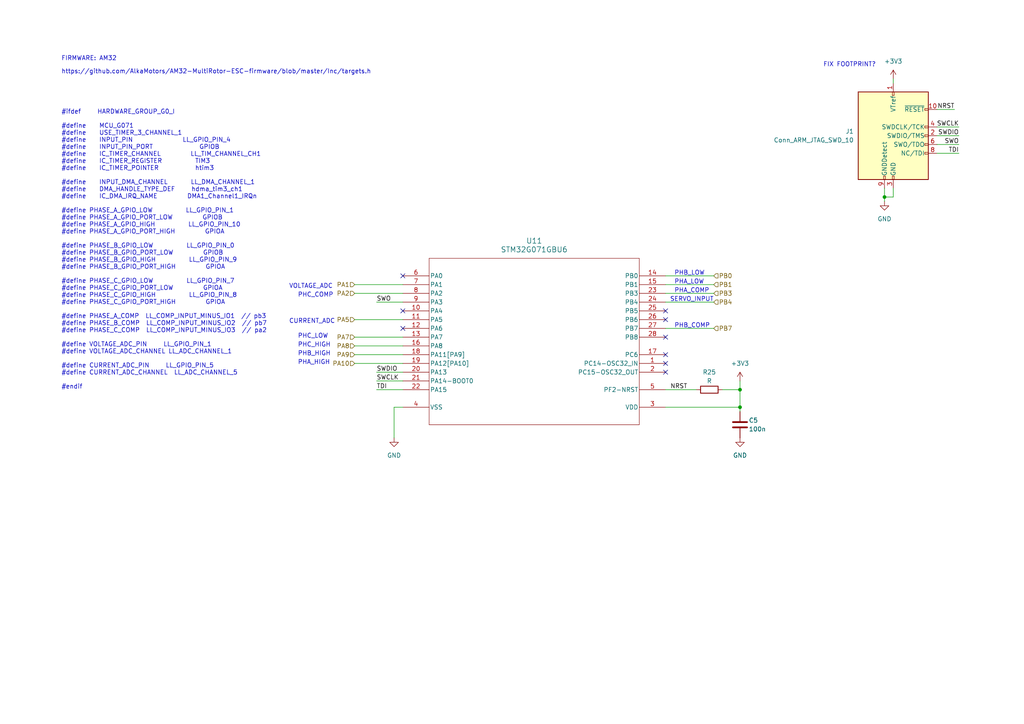
<source format=kicad_sch>
(kicad_sch (version 20230121) (generator eeschema)
  (paper "A4")
  (lib_symbols
    (symbol "Connector:Conn_ARM_JTAG_SWD_10" (pin_names (offset 1.016))
      (property "Reference" "J" (at -2.54 16.51 0))
      (property "Value" "Conn_ARM_JTAG_SWD_10" (at -2.54 13.97 0))
      (symbol "Conn_ARM_JTAG_SWD_10_0_1"
        (rectangle (start -10.16 12.7) (end 10.16 -12.7) (stroke (width 0.254)) (fill (type background)))
        (rectangle (start -2.794 -12.7) (end -2.286 -11.684))
        (rectangle (start -0.254 -12.7) (end 0.254 -11.684))
        (rectangle (start -0.254 12.7) (end 0.254 11.684))
        (rectangle (start 9.144 2.286) (end 10.16 2.794))
        (rectangle (start 10.16 -2.794) (end 9.144 -2.286))
        (rectangle (start 10.16 -0.254) (end 9.144 0.254))
        (rectangle (start 10.16 7.874) (end 9.144 7.366))
      )
      (symbol "Conn_ARM_JTAG_SWD_10_1_1"
        (rectangle (start 9.144 -5.334) (end 10.16 -4.826))
        (pin power_in line (at 0 15.24 270) (length 2.54) (name "VTref") (number "1"))
        (pin open_collector line (at 12.7 7.62 180) (length 2.54) (name "~{RESET}") (number "10"))
        (pin bidirectional line (at 12.7 0 180) (length 2.54) (name "SWDIO/TMS") (number "2"))
        (pin power_in line (at 0 -15.24 90) (length 2.54) (name "GND") (number "3"))
        (pin output line (at 12.7 2.54 180) (length 2.54) (name "SWDCLK/TCK") (number "4"))
        (pin passive line (at 0 -15.24 90) (length 2.54) hide (name "GND") (number "5"))
        (pin input line (at 12.7 -2.54 180) (length 2.54) (name "SWO/TDO") (number "6"))
        (pin no_connect line (at -10.16 0 0) (length 2.54) hide (name "KEY") (number "7"))
        (pin output line (at 12.7 -5.08 180) (length 2.54) (name "NC/TDI") (number "8"))
        (pin passive line (at -2.54 -15.24 90) (length 2.54) (name "GNDDetect") (number "9"))
      )
    )
    (symbol "Device:C" (pin_numbers hide) (pin_names (offset 0.254))
      (property "Reference" "C" (at 0.635 2.54 0))
      (property "Value" "C" (at 0.635 -2.54 0))
      (symbol "C_0_1"
        (polyline (pts (xy -2.032 -0.762) (xy 2.032 -0.762)) (stroke (width 0.508)))
        (polyline (pts (xy -2.032 0.762) (xy 2.032 0.762)) (stroke (width 0.508)))
      )
      (symbol "C_1_1"
        (pin passive line (at 0 3.81 270) (length 2.794) (name "~") (number "1"))
        (pin passive line (at 0 -3.81 90) (length 2.794) (name "~") (number "2"))
      )
    )
    (symbol "Device:R" (pin_numbers hide) (pin_names (offset 0))
      (property "Reference" "R" (at 2.032 0 90))
      (property "Value" "R" (at 0 0 90))
      (symbol "R_0_1"
        (rectangle (start -1.016 -2.54) (end 1.016 2.54) (stroke (width 0.254)))
      )
      (symbol "R_1_1"
        (pin passive line (at 0 3.81 270) (length 1.27) (name "~") (number "1"))
        (pin passive line (at 0 -3.81 90) (length 1.27) (name "~") (number "2"))
      )
    )
    (symbol "MAG_MCUs:STM32G071GBU6" (pin_names (offset 0.254))
      (property "Reference" "U" (at 38.1 10.16 0))
      (property "Value" "STM32G071GBU6" (at 38.1 7.62 0))
      (symbol "STM32G071GBU6_0_1"
        (polyline (pts (xy 7.62 -43.18) (xy 68.58 -43.18)) (stroke (width 0.127)))
        (polyline (pts (xy 7.62 5.08) (xy 7.62 -43.18)) (stroke (width 0.127)))
        (polyline (pts (xy 68.58 -43.18) (xy 68.58 5.08)) (stroke (width 0.127)))
        (polyline (pts (xy 68.58 5.08) (xy 7.62 5.08)) (stroke (width 0.127)))
        (pin bidirectional line (at 76.2 -25.4 180) (length 7.62) (name "PC14-OSC32_IN") (number "1"))
        (pin bidirectional line (at 0 -10.16 0) (length 7.62) (name "PA4") (number "10"))
        (pin bidirectional line (at 0 -12.7 0) (length 7.62) (name "PA5") (number "11"))
        (pin bidirectional line (at 0 -15.24 0) (length 7.62) (name "PA6") (number "12"))
        (pin bidirectional line (at 0 -17.78 0) (length 7.62) (name "PA7") (number "13"))
        (pin bidirectional line (at 76.2 0 180) (length 7.62) (name "PB0") (number "14"))
        (pin bidirectional line (at 76.2 -2.54 180) (length 7.62) (name "PB1") (number "15"))
        (pin bidirectional line (at 0 -20.32 0) (length 7.62) (name "PA8") (number "16"))
        (pin bidirectional line (at 76.2 -22.86 180) (length 7.62) (name "PC6") (number "17"))
        (pin bidirectional line (at 0 -22.86 0) (length 7.62) (name "PA11[PA9]") (number "18"))
        (pin bidirectional line (at 0 -25.4 0) (length 7.62) (name "PA12[PA10]") (number "19"))
        (pin bidirectional line (at 76.2 -27.94 180) (length 7.62) (name "PC15-OSC32_OUT") (number "2"))
        (pin bidirectional line (at 0 -27.94 0) (length 7.62) (name "PA13") (number "20"))
        (pin bidirectional line (at 0 -30.48 0) (length 7.62) (name "PA14-BOOT0") (number "21"))
        (pin bidirectional line (at 0 -33.02 0) (length 7.62) (name "PA15") (number "22"))
        (pin bidirectional line (at 76.2 -5.08 180) (length 7.62) (name "PB3") (number "23"))
        (pin bidirectional line (at 76.2 -7.62 180) (length 7.62) (name "PB4") (number "24"))
        (pin bidirectional line (at 76.2 -10.16 180) (length 7.62) (name "PB5") (number "25"))
        (pin bidirectional line (at 76.2 -12.7 180) (length 7.62) (name "PB6") (number "26"))
        (pin bidirectional line (at 76.2 -15.24 180) (length 7.62) (name "PB7") (number "27"))
        (pin bidirectional line (at 76.2 -17.78 180) (length 7.62) (name "PB8") (number "28"))
        (pin power_in line (at 76.2 -38.1 180) (length 7.62) (name "VDD") (number "3"))
        (pin power_in line (at 0 -38.1 0) (length 7.62) (name "VSS") (number "4"))
        (pin bidirectional line (at 76.2 -33.02 180) (length 7.62) (name "PF2-NRST") (number "5"))
        (pin bidirectional line (at 0 0 0) (length 7.62) (name "PA0") (number "6"))
        (pin bidirectional line (at 0 -2.54 0) (length 7.62) (name "PA1") (number "7"))
        (pin bidirectional line (at 0 -5.08 0) (length 7.62) (name "PA2") (number "8"))
        (pin bidirectional line (at 0 -7.62 0) (length 7.62) (name "PA3") (number "9"))
      )
    )
    (symbol "power:+3V3" (power) (pin_names (offset 0))
      (property "Value" "+3V3" (at 0 3.556 0))
      (symbol "+3V3_0_1"
        (polyline (pts (xy -0.762 1.27) (xy 0 2.54)))
        (polyline (pts (xy 0 0) (xy 0 2.54)))
        (polyline (pts (xy 0 2.54) (xy 0.762 1.27)))
      )
      (symbol "+3V3_1_1"
        (pin power_in line (at 0 0 90) (length 0) hide (name "+3V3") (number "1"))
      )
    )
    (symbol "power:GND" (power) (pin_names (offset 0))
      (property "Value" "GND" (at 0 -3.81 0))
      (symbol "GND_0_1"
        (polyline (pts (xy 0 0) (xy 0 -1.27) (xy 1.27 -1.27) (xy 0 -2.54) (xy -1.27 -1.27) (xy 0 -1.27)))
      )
      (symbol "GND_1_1"
        (pin power_in line (at 0 0 270) (length 0) hide (name "GND") (number "1"))
      )
    )
  )
  (junction (at 214.63 118.11))
  (junction (at 256.54 57.15))
  (junction (at 214.63 113.03))
  (no_connect (at 116.84 90.17))
  (no_connect (at 116.84 80.01))
  (no_connect (at 193.04 90.17))
  (no_connect (at 193.04 105.41))
  (no_connect (at 116.84 95.25))
  (no_connect (at 193.04 97.79))
  (no_connect (at 193.04 102.87))
  (no_connect (at 193.04 92.71))
  (no_connect (at 193.04 107.95))
  (wire (pts (xy 259.08 57.15) (xy 256.54 57.15)))
  (wire (pts (xy 193.04 87.63) (xy 207.01 87.63)))
  (wire (pts (xy 193.04 85.09) (xy 207.01 85.09)))
  (wire (pts (xy 193.04 80.01) (xy 207.01 80.01)))
  (wire (pts (xy 102.87 92.71) (xy 116.84 92.71)))
  (wire (pts (xy 109.22 113.03) (xy 116.84 113.03)))
  (wire (pts (xy 114.3 118.11) (xy 114.3 127)))
  (wire (pts (xy 109.22 87.63) (xy 116.84 87.63)))
  (wire (pts (xy 271.78 36.83) (xy 278.13 36.83)))
  (wire (pts (xy 271.78 44.45) (xy 278.13 44.45)))
  (wire (pts (xy 193.04 95.25) (xy 207.01 95.25)))
  (wire (pts (xy 214.63 113.03) (xy 214.63 118.11)))
  (wire (pts (xy 109.22 107.95) (xy 116.84 107.95)))
  (wire (pts (xy 193.04 82.55) (xy 207.01 82.55)))
  (wire (pts (xy 102.87 82.55) (xy 116.84 82.55)))
  (wire (pts (xy 271.78 39.37) (xy 278.13 39.37)))
  (wire (pts (xy 209.55 113.03) (xy 214.63 113.03)))
  (wire (pts (xy 214.63 110.49) (xy 214.63 113.03)))
  (wire (pts (xy 256.54 57.15) (xy 256.54 58.42)))
  (wire (pts (xy 102.87 100.33) (xy 116.84 100.33)))
  (wire (pts (xy 259.08 54.61) (xy 259.08 57.15)))
  (wire (pts (xy 193.04 113.03) (xy 201.93 113.03)))
  (wire (pts (xy 256.54 54.61) (xy 256.54 57.15)))
  (wire (pts (xy 102.87 85.09) (xy 116.84 85.09)))
  (wire (pts (xy 271.78 41.91) (xy 278.13 41.91)))
  (wire (pts (xy 276.86 31.75) (xy 271.78 31.75)))
  (wire (pts (xy 116.84 118.11) (xy 114.3 118.11)))
  (wire (pts (xy 109.22 110.49) (xy 116.84 110.49)))
  (wire (pts (xy 193.04 118.11) (xy 214.63 118.11)))
  (wire (pts (xy 259.08 22.86) (xy 259.08 24.13)))
  (wire (pts (xy 102.87 102.87) (xy 116.84 102.87)))
  (wire (pts (xy 214.63 119.38) (xy 214.63 118.11)))
  (wire (pts (xy 102.87 105.41) (xy 116.84 105.41)))
  (wire (pts (xy 102.87 97.79) (xy 116.84 97.79)))
  (text "PHB_COMP" (at 195.58 95.25 0) (effects (font (size 1.27 1.27)) (justify left bottom)))
  (text "https://github.com/AlkaMotors/AM32-MultiRotor-ESC-firmware/blob/master/Inc/targets.h" (at 17.78 21.59 0) (effects (font (size 1.27 1.27)) (justify left bottom)))
  (text "CURRENT_ADC\n" (at 83.82 93.98 0) (effects (font (size 1.27 1.27)) (justify left bottom)))
  (text "FIRMWARE: AM32" (at 17.78 17.78 0) (effects (font (size 1.27 1.27)) (justify left bottom)))
  (text "PHC_HIGH\n\n" (at 86.36 102.87 0) (effects (font (size 1.27 1.27)) (justify left bottom)))
  (text "SERVO_INPUT" (at 194.31 87.63 0) (effects (font (size 1.27 1.27)) (justify left bottom)))
  (text "PHB_LOW\n" (at 195.58 80.01 0) (effects (font (size 1.27 1.27)) (justify left bottom)))
  (text "PHA_LOW\n" (at 195.58 82.55 0) (effects (font (size 1.27 1.27)) (justify left bottom)))
  (text "FIX FOOTPRINT?\n\n" (at 238.76 21.59 0) (effects (font (size 1.27 1.27)) (justify left bottom)))
  (text "PHC_COMP\n" (at 86.36 86.36 0) (effects (font (size 1.27 1.27)) (justify left bottom)))
  (text "PHA_COMP" (at 195.58 85.09 0) (effects (font (size 1.27 1.27)) (justify left bottom)))
  (text "PHC_LOW\n\n" (at 86.36 100.33 0) (effects (font (size 1.27 1.27)) (justify left bottom)))
  (text "PHB_HIGH\n\n" (at 86.36 105.41 0) (effects (font (size 1.27 1.27)) (justify left bottom)))
  (text "VOLTAGE_ADC\n" (at 83.82 83.82 0) (effects (font (size 1.27 1.27)) (justify left bottom)))
  (text "PHA_HIGH\n\n" (at 86.36 107.95 0) (effects (font (size 1.27 1.27)) (justify left bottom)))
  (text "#ifdef     HARDWARE_GROUP_G0_I\n\n#define    MCU_G071\n#define    USE_TIMER_3_CHANNEL_1\n#define    INPUT_PIN               LL_GPIO_PIN_4\n#define    INPUT_PIN_PORT              GPIOB\n#define    IC_TIMER_CHANNEL         LL_TIM_CHANNEL_CH1\n#define    IC_TIMER_REGISTER          TIM3\n#define    IC_TIMER_POINTER           htim3\n\n#define    INPUT_DMA_CHANNEL       LL_DMA_CHANNEL_1\n#define    DMA_HANDLE_TYPE_DEF     hdma_tim3_ch1\n#define    IC_DMA_IRQ_NAME         DMA1_Channel1_IRQn\n\n#define PHASE_A_GPIO_LOW          LL_GPIO_PIN_1\n#define PHASE_A_GPIO_PORT_LOW         GPIOB\n#define PHASE_A_GPIO_HIGH          LL_GPIO_PIN_10\n#define PHASE_A_GPIO_PORT_HIGH         GPIOA\n\n#define PHASE_B_GPIO_LOW          LL_GPIO_PIN_0\n#define PHASE_B_GPIO_PORT_LOW         GPIOB\n#define PHASE_B_GPIO_HIGH          LL_GPIO_PIN_9\n#define PHASE_B_GPIO_PORT_HIGH         GPIOA\n\n#define PHASE_C_GPIO_LOW          LL_GPIO_PIN_7\n#define PHASE_C_GPIO_PORT_LOW         GPIOA\n#define PHASE_C_GPIO_HIGH          LL_GPIO_PIN_8\n#define PHASE_C_GPIO_PORT_HIGH         GPIOA\n\n#define PHASE_A_COMP  LL_COMP_INPUT_MINUS_IO1  // pb3\n#define PHASE_B_COMP  LL_COMP_INPUT_MINUS_IO2  // pb7\n#define PHASE_C_COMP  LL_COMP_INPUT_MINUS_IO3  // pa2\n\n#define VOLTAGE_ADC_PIN     LL_GPIO_PIN_1\n#define VOLTAGE_ADC_CHANNEL LL_ADC_CHANNEL_1\n\n#define CURRENT_ADC_PIN     LL_GPIO_PIN_5\n#define CURRENT_ADC_CHANNEL  LL_ADC_CHANNEL_5\n\n#endif" (at 17.78 113.03 0) (effects (font (size 1.27 1.27)) (justify left bottom)))
  (label "SWDIO" (at 109.22 107.95 0))
  (label "TDI" (at 278.13 44.45 180))
  (label "SWO" (at 109.22 87.63 0))
  (label "NRST" (at 276.86 31.75 180))
  (label "SWDIO" (at 278.13 39.37 180))
  (label "TDI" (at 109.22 113.03 0))
  (label "SWCLK" (at 109.22 110.49 0))
  (label "NRST" (at 199.39 113.03 180))
  (label "SWO" (at 278.13 41.91 180))
  (label "SWCLK" (at 278.13 36.83 180))
  (hierarchical_label "PB1" (shape input) (at 207.01 82.55 0))
  (hierarchical_label "PA8" (shape input) (at 102.87 100.33 180))
  (hierarchical_label "PA10" (shape input) (at 102.87 105.41 180))
  (hierarchical_label "PA9" (shape input) (at 102.87 102.87 180))
  (hierarchical_label "PA2" (shape input) (at 102.87 85.09 180))
  (hierarchical_label "PB3" (shape input) (at 207.01 85.09 0))
  (hierarchical_label "PA5" (shape input) (at 102.87 92.71 180))
  (hierarchical_label "PA1" (shape input) (at 102.87 82.55 180))
  (hierarchical_label "PB7" (shape input) (at 207.01 95.25 0))
  (hierarchical_label "PB4" (shape input) (at 207.01 87.63 0))
  (hierarchical_label "PA7" (shape input) (at 102.87 97.79 180))
  (hierarchical_label "PB0" (shape input) (at 207.01 80.01 0))
  (symbol (lib_id "Device:C") (at 214.63 123.19 0) (unit 1)
    (property "Reference" "C5" (at 217.17 121.92 0) (effects (justify left)))
    (property "Value" "100n" (at 217.17 124.46 0) (effects (justify left)))
    (property "Footprint" "Capacitor_SMD:C_0603_1608Metric" (effects hide))
  )
  (symbol (lib_id "Connector:Conn_ARM_JTAG_SWD_10") (at 259.08 39.37 0) (unit 1)
    (property "Reference" "J1" (at 247.65 38.0999 0) (effects (justify right)))
    (property "Value" "Conn_ARM_JTAG_SWD_10" (at 247.65 40.6399 0) (effects (justify right)))
    (property "Footprint" "Connector:Tag-Connect_TC2050-IDC-NL_2x05_P1.27mm_Vertical_with_bottom_clip" (effects hide))
    (property "Datasheet" "http://infocenter.arm.com/help/topic/com.arm.doc.ddi0314h/DDI0314H_coresight_components_trm.pdf" (effects hide))
  )
  (symbol (lib_id "power:GND") (at 256.54 58.42 0) (unit 1)
    (property "Reference" "#PWR0160" (effects hide))
    (property "Value" "GND" (at 256.54 63.5 0))
  )
  (symbol (lib_id "power:+3V3") (at 214.63 110.49 0) (unit 1)
    (property "Reference" "#PWR0109" (effects hide))
    (property "Value" "+3V3" (at 214.63 105.41 0))
  )
  (symbol (lib_id "Device:R") (at 205.74 113.03 270) (unit 1)
    (property "Reference" "R25" (at 205.74 107.95 90))
    (property "Value" "R" (at 205.74 110.49 90))
  )
  (symbol (lib_id "power:GND") (at 114.3 127 0) (unit 1)
    (property "Reference" "#PWR01" (effects hide))
    (property "Value" "GND" (at 114.3 132.08 0))
  )
  (symbol (lib_id "MAG_MCUs:STM32G071GBU6") (at 116.84 80.01 0) (unit 1)
    (property "Reference" "U11" (at 154.94 69.85 0) (effects (font (size 1.524 1.524))))
    (property "Value" "STM32G071GBU6" (at 154.94 72.39 0) (effects (font (size 1.524 1.524))))
    (property "Footprint" "UFQFPN-28" (effects hide))
    (property "Datasheet" "STM32G071GBU6" (effects hide))
  )
  (symbol (lib_id "power:GND") (at 214.63 127 0) (unit 1)
    (property "Reference" "#PWR0108" (effects hide))
    (property "Value" "GND" (at 214.63 132.08 0))
  )
  (symbol (lib_id "power:+3V3") (at 259.08 22.86 0) (unit 1)
    (property "Reference" "#PWR0161" (effects hide))
    (property "Value" "+3V3" (at 259.08 17.78 0))
  )
)
</source>
